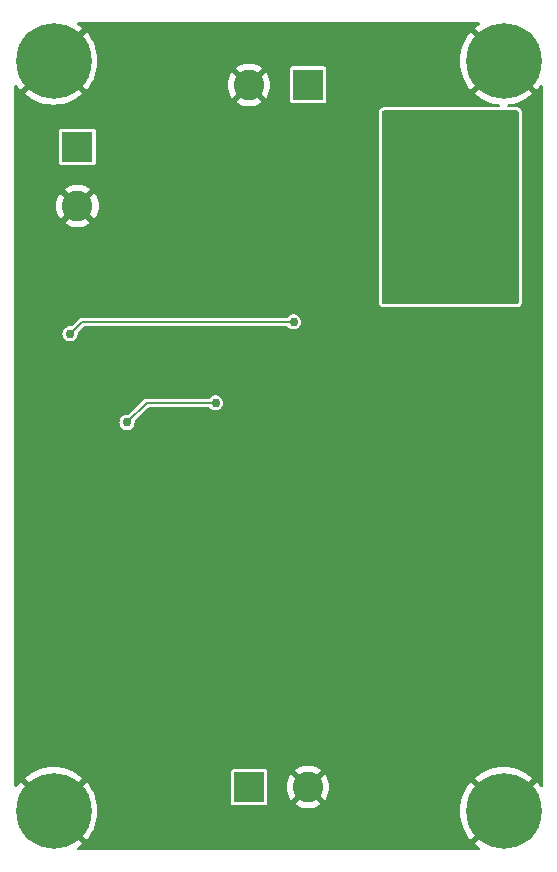
<source format=gbl>
%TF.GenerationSoftware,KiCad,Pcbnew,8.0.9*%
%TF.CreationDate,2025-05-16T13:11:34-04:00*%
%TF.ProjectId,groundside-charging,67726f75-6e64-4736-9964-652d63686172,rev?*%
%TF.SameCoordinates,Original*%
%TF.FileFunction,Copper,L2,Bot*%
%TF.FilePolarity,Positive*%
%FSLAX46Y46*%
G04 Gerber Fmt 4.6, Leading zero omitted, Abs format (unit mm)*
G04 Created by KiCad (PCBNEW 8.0.9) date 2025-05-16 13:11:34*
%MOMM*%
%LPD*%
G01*
G04 APERTURE LIST*
%TA.AperFunction,ComponentPad*%
%ADD10C,0.800000*%
%TD*%
%TA.AperFunction,ComponentPad*%
%ADD11C,6.400000*%
%TD*%
%TA.AperFunction,ComponentPad*%
%ADD12R,2.600000X2.600000*%
%TD*%
%TA.AperFunction,ComponentPad*%
%ADD13C,2.600000*%
%TD*%
%TA.AperFunction,ViaPad*%
%ADD14C,0.762000*%
%TD*%
%TA.AperFunction,Conductor*%
%ADD15C,0.203200*%
%TD*%
G04 APERTURE END LIST*
D10*
%TO.P,H3,1,1*%
%TO.N,GND*%
X66688000Y-159512000D03*
X67390944Y-157814944D03*
X67390944Y-161209056D03*
X69088000Y-157112000D03*
D11*
X69088000Y-159512000D03*
D10*
X69088000Y-161912000D03*
X70785056Y-157814944D03*
X70785056Y-161209056D03*
X71488000Y-159512000D03*
%TD*%
D12*
%TO.P,J1,1,Pin_1*%
%TO.N,+12V*%
X85638000Y-157488000D03*
D13*
%TO.P,J1,2,Pin_2*%
%TO.N,GND*%
X90638000Y-157488000D03*
%TD*%
D10*
%TO.P,H4,1,1*%
%TO.N,GND*%
X104788000Y-159512000D03*
X105490944Y-157814944D03*
X105490944Y-161209056D03*
X107188000Y-157112000D03*
D11*
X107188000Y-159512000D03*
D10*
X107188000Y-161912000D03*
X108885056Y-157814944D03*
X108885056Y-161209056D03*
X109588000Y-159512000D03*
%TD*%
D12*
%TO.P,J2,1,Pin_1*%
%TO.N,VCC*%
X90638000Y-98036000D03*
D13*
%TO.P,J2,2,Pin_2*%
%TO.N,GND*%
X85638000Y-98036000D03*
%TD*%
D12*
%TO.P,J3,1,Pin_1*%
%TO.N,Net-(J3-Pin_1)*%
X71112000Y-103291000D03*
D13*
%TO.P,J3,2,Pin_2*%
%TO.N,GND*%
X71112000Y-108291000D03*
%TD*%
D10*
%TO.P,H1,1,1*%
%TO.N,GND*%
X104788000Y-96012000D03*
X105490944Y-94314944D03*
X105490944Y-97709056D03*
X107188000Y-93612000D03*
D11*
X107188000Y-96012000D03*
D10*
X107188000Y-98412000D03*
X108885056Y-94314944D03*
X108885056Y-97709056D03*
X109588000Y-96012000D03*
%TD*%
%TO.P,H2,1,1*%
%TO.N,GND*%
X66688000Y-96012000D03*
X67390944Y-94314944D03*
X67390944Y-97709056D03*
X69088000Y-93612000D03*
D11*
X69088000Y-96012000D03*
D10*
X69088000Y-98412000D03*
X70785056Y-94314944D03*
X70785056Y-97709056D03*
X71488000Y-96012000D03*
%TD*%
D14*
%TO.N,+18V*%
X70485000Y-119126000D03*
X89408000Y-118110000D03*
%TO.N,Net-(Q1-G)*%
X75311000Y-126619000D03*
X82804000Y-124968000D03*
%TO.N,Net-(U1-VO)*%
X107569000Y-101727000D03*
X104013000Y-102616000D03*
X102616000Y-112776000D03*
X107569000Y-102616000D03*
X104013000Y-103505000D03*
X100838000Y-112776000D03*
X101727000Y-112776000D03*
X103505000Y-112776000D03*
X104013000Y-101727000D03*
X107569000Y-103505000D03*
%TD*%
D15*
%TO.N,+18V*%
X89408000Y-118110000D02*
X71501000Y-118110000D01*
X71501000Y-118110000D02*
X70485000Y-119126000D01*
%TO.N,Net-(Q1-G)*%
X76962000Y-124968000D02*
X75311000Y-126619000D01*
X82804000Y-124968000D02*
X76962000Y-124968000D01*
%TD*%
%TA.AperFunction,Conductor*%
%TO.N,GND*%
G36*
X105133445Y-92722502D02*
G01*
X105179938Y-92776158D01*
X105190042Y-92846432D01*
X105160548Y-92911012D01*
X105133949Y-92934172D01*
X105010210Y-93014529D01*
X105010200Y-93014536D01*
X104752650Y-93223095D01*
X104752649Y-93223096D01*
X106247301Y-94717748D01*
X106145670Y-94791588D01*
X105967588Y-94969670D01*
X105893748Y-95071301D01*
X104399096Y-93576649D01*
X104399095Y-93576650D01*
X104190536Y-93834200D01*
X104190529Y-93834210D01*
X103979309Y-94159459D01*
X103979303Y-94159470D01*
X103803242Y-94505010D01*
X103803241Y-94505012D01*
X103664261Y-94867064D01*
X103563887Y-95241670D01*
X103503217Y-95624722D01*
X103482922Y-96011993D01*
X103482922Y-96012006D01*
X103503217Y-96399277D01*
X103563887Y-96782329D01*
X103664261Y-97156935D01*
X103803241Y-97518987D01*
X103803242Y-97518989D01*
X103979303Y-97864529D01*
X103979309Y-97864540D01*
X104190529Y-98189789D01*
X104190536Y-98189799D01*
X104399095Y-98447348D01*
X104399096Y-98447349D01*
X105893747Y-96952697D01*
X105967588Y-97054330D01*
X106145670Y-97232412D01*
X106247300Y-97306251D01*
X104752649Y-98800902D01*
X104752650Y-98800903D01*
X105010200Y-99009463D01*
X105010210Y-99009470D01*
X105335459Y-99220690D01*
X105335470Y-99220696D01*
X105681010Y-99396757D01*
X105681012Y-99396758D01*
X106043064Y-99535738D01*
X106417670Y-99636112D01*
X106777165Y-99693051D01*
X106841318Y-99723463D01*
X106878845Y-99783732D01*
X106877831Y-99854721D01*
X106838598Y-99913893D01*
X106773603Y-99942461D01*
X106757454Y-99943500D01*
X97024992Y-99943500D01*
X96969827Y-99949432D01*
X96918352Y-99960630D01*
X96891537Y-99967986D01*
X96803553Y-100018088D01*
X96803549Y-100018091D01*
X96750755Y-100063837D01*
X96750742Y-100063849D01*
X96718629Y-100097129D01*
X96671698Y-100186845D01*
X96671694Y-100186856D01*
X96652011Y-100253890D01*
X96641500Y-100326994D01*
X96641500Y-116462007D01*
X96647432Y-116517172D01*
X96658630Y-116568647D01*
X96665986Y-116595462D01*
X96716088Y-116683446D01*
X96716091Y-116683450D01*
X96761837Y-116736244D01*
X96761849Y-116736257D01*
X96795129Y-116768370D01*
X96795131Y-116768371D01*
X96884849Y-116815303D01*
X96951888Y-116834988D01*
X97025000Y-116845500D01*
X108333995Y-116845500D01*
X108334000Y-116845500D01*
X108389163Y-116839569D01*
X108410221Y-116834988D01*
X108440647Y-116828369D01*
X108440649Y-116828368D01*
X108440674Y-116828363D01*
X108467461Y-116821014D01*
X108555448Y-116770911D01*
X108608252Y-116725156D01*
X108640371Y-116691869D01*
X108687303Y-116602151D01*
X108706988Y-116535112D01*
X108717500Y-116462000D01*
X108717500Y-100327000D01*
X108711569Y-100271837D01*
X108707665Y-100253890D01*
X108700369Y-100220352D01*
X108700367Y-100220345D01*
X108700363Y-100220326D01*
X108693014Y-100193539D01*
X108689208Y-100186856D01*
X108683189Y-100176286D01*
X108642911Y-100105552D01*
X108597156Y-100052748D01*
X108597150Y-100052742D01*
X108563870Y-100020629D01*
X108474154Y-99973698D01*
X108474143Y-99973694D01*
X108407109Y-99954011D01*
X108407110Y-99954011D01*
X108334005Y-99943500D01*
X108334000Y-99943500D01*
X107618546Y-99943500D01*
X107550425Y-99923498D01*
X107503932Y-99869842D01*
X107493828Y-99799568D01*
X107523322Y-99734988D01*
X107583048Y-99696604D01*
X107598835Y-99693051D01*
X107958329Y-99636112D01*
X108332935Y-99535738D01*
X108694987Y-99396758D01*
X108694989Y-99396757D01*
X109040529Y-99220696D01*
X109040540Y-99220690D01*
X109365789Y-99009470D01*
X109623349Y-98800902D01*
X108128698Y-97306251D01*
X108230330Y-97232412D01*
X108408412Y-97054330D01*
X108482251Y-96952698D01*
X109976902Y-98447349D01*
X110185469Y-98189792D01*
X110265827Y-98066051D01*
X110319703Y-98019814D01*
X110390025Y-98010044D01*
X110454464Y-98039844D01*
X110492564Y-98099752D01*
X110497500Y-98134675D01*
X110497500Y-157389324D01*
X110477498Y-157457445D01*
X110423842Y-157503938D01*
X110353568Y-157514042D01*
X110288988Y-157484548D01*
X110265828Y-157457949D01*
X110185470Y-157334210D01*
X110185463Y-157334200D01*
X109976903Y-157076650D01*
X109976902Y-157076649D01*
X108482251Y-158571301D01*
X108408412Y-158469670D01*
X108230330Y-158291588D01*
X108128698Y-158217748D01*
X109623349Y-156723096D01*
X109623348Y-156723095D01*
X109365799Y-156514536D01*
X109365789Y-156514529D01*
X109040540Y-156303309D01*
X109040529Y-156303303D01*
X108694989Y-156127242D01*
X108694987Y-156127241D01*
X108332935Y-155988261D01*
X107958329Y-155887887D01*
X107575277Y-155827217D01*
X107188006Y-155806922D01*
X107187994Y-155806922D01*
X106800722Y-155827217D01*
X106417670Y-155887887D01*
X106043064Y-155988261D01*
X105681012Y-156127241D01*
X105681010Y-156127242D01*
X105335470Y-156303303D01*
X105335459Y-156303309D01*
X105010210Y-156514529D01*
X105010200Y-156514536D01*
X104752650Y-156723095D01*
X104752649Y-156723096D01*
X106247301Y-158217748D01*
X106145670Y-158291588D01*
X105967588Y-158469670D01*
X105893748Y-158571301D01*
X104399096Y-157076649D01*
X104399095Y-157076650D01*
X104190536Y-157334200D01*
X104190529Y-157334210D01*
X103979309Y-157659459D01*
X103979303Y-157659470D01*
X103803242Y-158005010D01*
X103803241Y-158005012D01*
X103664261Y-158367064D01*
X103563887Y-158741670D01*
X103503217Y-159124722D01*
X103482922Y-159511993D01*
X103482922Y-159512006D01*
X103503217Y-159899277D01*
X103563887Y-160282329D01*
X103664261Y-160656935D01*
X103803241Y-161018987D01*
X103803242Y-161018989D01*
X103979303Y-161364529D01*
X103979309Y-161364540D01*
X104190529Y-161689789D01*
X104190536Y-161689799D01*
X104399095Y-161947348D01*
X104399096Y-161947349D01*
X105893747Y-160452697D01*
X105967588Y-160554330D01*
X106145670Y-160732412D01*
X106247301Y-160806251D01*
X104752649Y-162300902D01*
X104752650Y-162300903D01*
X105010200Y-162509463D01*
X105010210Y-162509470D01*
X105133949Y-162589828D01*
X105180185Y-162643704D01*
X105189955Y-162714025D01*
X105160155Y-162778465D01*
X105100246Y-162816564D01*
X105065324Y-162821500D01*
X71210676Y-162821500D01*
X71142555Y-162801498D01*
X71096062Y-162747842D01*
X71085958Y-162677568D01*
X71115452Y-162612988D01*
X71142051Y-162589828D01*
X71265789Y-162509470D01*
X71523349Y-162300902D01*
X70028698Y-160806251D01*
X70130330Y-160732412D01*
X70308412Y-160554330D01*
X70382251Y-160452698D01*
X71876902Y-161947349D01*
X72085470Y-161689789D01*
X72296690Y-161364540D01*
X72296696Y-161364529D01*
X72472757Y-161018989D01*
X72472758Y-161018987D01*
X72611738Y-160656935D01*
X72712112Y-160282329D01*
X72772782Y-159899277D01*
X72793078Y-159512006D01*
X72793078Y-159511993D01*
X72772782Y-159124722D01*
X72712112Y-158741670D01*
X72611738Y-158367064D01*
X72472758Y-158005012D01*
X72472757Y-158005010D01*
X72296696Y-157659470D01*
X72296690Y-157659459D01*
X72085470Y-157334210D01*
X72085463Y-157334200D01*
X71876903Y-157076650D01*
X71876902Y-157076649D01*
X70382251Y-158571300D01*
X70308412Y-158469670D01*
X70130330Y-158291588D01*
X70028698Y-158217748D01*
X71523349Y-156723096D01*
X71523348Y-156723095D01*
X71265799Y-156514536D01*
X71265789Y-156514529D01*
X70940540Y-156303309D01*
X70940529Y-156303303D01*
X70665031Y-156162930D01*
X84083500Y-156162930D01*
X84083500Y-158813063D01*
X84083501Y-158813073D01*
X84098265Y-158887300D01*
X84154516Y-158971484D01*
X84238697Y-159027733D01*
X84238699Y-159027734D01*
X84312933Y-159042500D01*
X86963066Y-159042499D01*
X86963069Y-159042498D01*
X86963073Y-159042498D01*
X87012326Y-159032701D01*
X87037301Y-159027734D01*
X87121484Y-158971484D01*
X87177734Y-158887301D01*
X87192500Y-158813067D01*
X87192499Y-157488000D01*
X88832953Y-157488000D01*
X88853115Y-157757032D01*
X88913145Y-158020045D01*
X88913147Y-158020050D01*
X89011705Y-158271174D01*
X89011707Y-158271178D01*
X89146598Y-158504816D01*
X89200295Y-158572150D01*
X89200296Y-158572150D01*
X90036958Y-157735488D01*
X90061978Y-157795890D01*
X90133112Y-157902351D01*
X90223649Y-157992888D01*
X90330110Y-158064022D01*
X90390510Y-158089041D01*
X89552849Y-158926701D01*
X89552849Y-158926703D01*
X89735467Y-159051211D01*
X89735474Y-159051215D01*
X89978537Y-159168269D01*
X89978550Y-159168274D01*
X90236328Y-159247788D01*
X90236340Y-159247790D01*
X90503113Y-159288000D01*
X90772887Y-159288000D01*
X91039659Y-159247790D01*
X91039671Y-159247788D01*
X91297449Y-159168274D01*
X91297462Y-159168269D01*
X91540526Y-159051215D01*
X91723150Y-158926702D01*
X90885489Y-158089041D01*
X90945890Y-158064022D01*
X91052351Y-157992888D01*
X91142888Y-157902351D01*
X91214022Y-157795890D01*
X91239041Y-157735489D01*
X92075703Y-158572151D01*
X92129402Y-158504815D01*
X92264292Y-158271178D01*
X92264294Y-158271174D01*
X92362852Y-158020050D01*
X92362854Y-158020045D01*
X92422884Y-157757032D01*
X92443046Y-157488000D01*
X92422884Y-157218967D01*
X92362854Y-156955954D01*
X92362852Y-156955949D01*
X92264294Y-156704825D01*
X92264292Y-156704821D01*
X92129402Y-156471184D01*
X92075703Y-156403848D01*
X92075702Y-156403848D01*
X91239040Y-157240509D01*
X91214022Y-157180110D01*
X91142888Y-157073649D01*
X91052351Y-156983112D01*
X90945890Y-156911978D01*
X90885488Y-156886958D01*
X91723149Y-156049297D01*
X91723149Y-156049296D01*
X91540519Y-155924780D01*
X91540518Y-155924779D01*
X91297467Y-155807732D01*
X91297449Y-155807725D01*
X91039671Y-155728211D01*
X91039659Y-155728209D01*
X90772887Y-155688000D01*
X90503113Y-155688000D01*
X90236340Y-155728209D01*
X90236328Y-155728211D01*
X89978550Y-155807725D01*
X89978532Y-155807732D01*
X89735482Y-155924779D01*
X89735474Y-155924784D01*
X89552849Y-156049295D01*
X89552849Y-156049297D01*
X90390511Y-156886958D01*
X90330110Y-156911978D01*
X90223649Y-156983112D01*
X90133112Y-157073649D01*
X90061978Y-157180110D01*
X90036958Y-157240510D01*
X89200296Y-156403848D01*
X89200295Y-156403848D01*
X89146597Y-156471184D01*
X89011707Y-156704821D01*
X89011705Y-156704825D01*
X88913147Y-156955949D01*
X88913145Y-156955954D01*
X88853115Y-157218967D01*
X88832953Y-157488000D01*
X87192499Y-157488000D01*
X87192499Y-156162934D01*
X87192498Y-156162930D01*
X87192498Y-156162926D01*
X87177734Y-156088699D01*
X87121483Y-156004515D01*
X87037302Y-155948266D01*
X86963067Y-155933500D01*
X84312936Y-155933500D01*
X84312926Y-155933501D01*
X84238699Y-155948265D01*
X84154515Y-156004516D01*
X84098266Y-156088697D01*
X84083500Y-156162930D01*
X70665031Y-156162930D01*
X70594989Y-156127242D01*
X70594987Y-156127241D01*
X70232935Y-155988261D01*
X69858329Y-155887887D01*
X69475277Y-155827217D01*
X69088006Y-155806922D01*
X69087994Y-155806922D01*
X68700722Y-155827217D01*
X68317670Y-155887887D01*
X67943064Y-155988261D01*
X67581012Y-156127241D01*
X67581010Y-156127242D01*
X67235470Y-156303303D01*
X67235459Y-156303309D01*
X66910210Y-156514529D01*
X66910200Y-156514536D01*
X66652650Y-156723095D01*
X66652649Y-156723096D01*
X68147301Y-158217748D01*
X68045670Y-158291588D01*
X67867588Y-158469670D01*
X67793748Y-158571301D01*
X66299096Y-157076649D01*
X66299095Y-157076650D01*
X66090536Y-157334200D01*
X66090529Y-157334210D01*
X66010172Y-157457949D01*
X65956296Y-157504185D01*
X65885975Y-157513955D01*
X65821535Y-157484155D01*
X65783436Y-157424246D01*
X65778500Y-157389324D01*
X65778500Y-126618996D01*
X74670832Y-126618996D01*
X74670832Y-126619003D01*
X74689432Y-126772199D01*
X74732185Y-126884929D01*
X74744159Y-126916501D01*
X74831827Y-127043510D01*
X74947343Y-127145848D01*
X75083993Y-127217567D01*
X75233836Y-127254500D01*
X75233837Y-127254500D01*
X75388163Y-127254500D01*
X75388164Y-127254500D01*
X75538007Y-127217567D01*
X75674657Y-127145848D01*
X75790173Y-127043510D01*
X75877841Y-126916501D01*
X75932566Y-126772202D01*
X75932566Y-126772201D01*
X75932567Y-126772199D01*
X75951168Y-126619002D01*
X75951168Y-126618997D01*
X75943776Y-126558121D01*
X75955421Y-126488086D01*
X75979756Y-126453844D01*
X77072599Y-125361002D01*
X77134909Y-125326979D01*
X77161692Y-125324100D01*
X82211477Y-125324100D01*
X82279598Y-125344102D01*
X82315172Y-125378523D01*
X82324824Y-125392507D01*
X82324826Y-125392509D01*
X82324827Y-125392510D01*
X82440343Y-125494848D01*
X82576993Y-125566567D01*
X82726836Y-125603500D01*
X82726837Y-125603500D01*
X82881163Y-125603500D01*
X82881164Y-125603500D01*
X83031007Y-125566567D01*
X83167657Y-125494848D01*
X83283173Y-125392510D01*
X83370841Y-125265501D01*
X83425566Y-125121202D01*
X83425566Y-125121201D01*
X83425567Y-125121199D01*
X83444168Y-124968003D01*
X83444168Y-124967996D01*
X83425567Y-124814800D01*
X83375602Y-124683054D01*
X83370841Y-124670499D01*
X83283173Y-124543490D01*
X83167657Y-124441152D01*
X83031007Y-124369433D01*
X83031006Y-124369432D01*
X83031005Y-124369432D01*
X82881165Y-124332500D01*
X82881164Y-124332500D01*
X82726836Y-124332500D01*
X82726834Y-124332500D01*
X82576994Y-124369432D01*
X82440344Y-124441151D01*
X82440342Y-124441152D01*
X82324825Y-124543492D01*
X82324824Y-124543492D01*
X82315172Y-124557477D01*
X82260014Y-124602176D01*
X82211477Y-124611900D01*
X77016615Y-124611900D01*
X77016599Y-124611899D01*
X77008881Y-124611899D01*
X76915119Y-124611899D01*
X76915115Y-124611899D01*
X76854163Y-124628232D01*
X76854162Y-124628232D01*
X76854161Y-124628233D01*
X76843324Y-124631136D01*
X76824552Y-124636166D01*
X76824545Y-124636169D01*
X76765085Y-124670499D01*
X76765084Y-124670498D01*
X76743355Y-124683044D01*
X76743342Y-124683054D01*
X75479802Y-125946595D01*
X75417490Y-125980621D01*
X75390707Y-125983500D01*
X75233834Y-125983500D01*
X75083994Y-126020432D01*
X74947344Y-126092151D01*
X74947342Y-126092152D01*
X74831827Y-126194490D01*
X74744160Y-126321496D01*
X74689432Y-126465800D01*
X74670832Y-126618996D01*
X65778500Y-126618996D01*
X65778500Y-119125996D01*
X69844832Y-119125996D01*
X69844832Y-119126003D01*
X69863432Y-119279199D01*
X69906185Y-119391929D01*
X69918159Y-119423501D01*
X70005827Y-119550510D01*
X70121343Y-119652848D01*
X70257993Y-119724567D01*
X70407836Y-119761500D01*
X70407837Y-119761500D01*
X70562163Y-119761500D01*
X70562164Y-119761500D01*
X70712007Y-119724567D01*
X70848657Y-119652848D01*
X70964173Y-119550510D01*
X71051841Y-119423501D01*
X71106566Y-119279202D01*
X71106566Y-119279201D01*
X71106567Y-119279199D01*
X71125168Y-119126002D01*
X71125168Y-119125997D01*
X71117776Y-119065122D01*
X71129421Y-118995087D01*
X71153759Y-118960841D01*
X71611598Y-118503004D01*
X71673910Y-118468979D01*
X71700693Y-118466100D01*
X88815477Y-118466100D01*
X88883598Y-118486102D01*
X88919172Y-118520523D01*
X88928824Y-118534507D01*
X88928826Y-118534509D01*
X88928827Y-118534510D01*
X89044343Y-118636848D01*
X89180993Y-118708567D01*
X89330836Y-118745500D01*
X89330837Y-118745500D01*
X89485163Y-118745500D01*
X89485164Y-118745500D01*
X89635007Y-118708567D01*
X89771657Y-118636848D01*
X89887173Y-118534510D01*
X89974841Y-118407501D01*
X90029566Y-118263202D01*
X90029566Y-118263201D01*
X90029567Y-118263199D01*
X90048168Y-118110003D01*
X90048168Y-118109996D01*
X90029567Y-117956800D01*
X89979601Y-117825051D01*
X89974841Y-117812499D01*
X89887173Y-117685490D01*
X89771657Y-117583152D01*
X89635007Y-117511433D01*
X89635006Y-117511432D01*
X89635005Y-117511432D01*
X89485165Y-117474500D01*
X89485164Y-117474500D01*
X89330836Y-117474500D01*
X89330834Y-117474500D01*
X89180994Y-117511432D01*
X89044344Y-117583151D01*
X89044342Y-117583152D01*
X88928825Y-117685492D01*
X88928824Y-117685492D01*
X88919172Y-117699477D01*
X88864014Y-117744176D01*
X88815477Y-117753900D01*
X71454119Y-117753900D01*
X71363553Y-117778166D01*
X71363545Y-117778169D01*
X71282352Y-117825046D01*
X71282346Y-117825051D01*
X70653801Y-118453596D01*
X70591489Y-118487621D01*
X70564706Y-118490500D01*
X70407834Y-118490500D01*
X70257994Y-118527432D01*
X70121344Y-118599151D01*
X70121342Y-118599152D01*
X70005827Y-118701490D01*
X69918160Y-118828496D01*
X69863432Y-118972800D01*
X69844832Y-119125996D01*
X65778500Y-119125996D01*
X65778500Y-108291000D01*
X69306953Y-108291000D01*
X69327115Y-108560032D01*
X69387145Y-108823045D01*
X69387147Y-108823050D01*
X69485705Y-109074174D01*
X69485707Y-109074178D01*
X69620598Y-109307816D01*
X69674295Y-109375150D01*
X69674296Y-109375150D01*
X70510958Y-108538488D01*
X70535978Y-108598890D01*
X70607112Y-108705351D01*
X70697649Y-108795888D01*
X70804110Y-108867022D01*
X70864510Y-108892041D01*
X70026849Y-109729701D01*
X70026849Y-109729703D01*
X70209467Y-109854211D01*
X70209474Y-109854215D01*
X70452537Y-109971269D01*
X70452550Y-109971274D01*
X70710328Y-110050788D01*
X70710340Y-110050790D01*
X70977113Y-110091000D01*
X71246887Y-110091000D01*
X71513659Y-110050790D01*
X71513671Y-110050788D01*
X71771449Y-109971274D01*
X71771462Y-109971269D01*
X72014526Y-109854215D01*
X72197150Y-109729702D01*
X71359489Y-108892041D01*
X71419890Y-108867022D01*
X71526351Y-108795888D01*
X71616888Y-108705351D01*
X71688022Y-108598890D01*
X71713041Y-108538489D01*
X72549703Y-109375151D01*
X72603402Y-109307815D01*
X72738292Y-109074178D01*
X72738294Y-109074174D01*
X72836852Y-108823050D01*
X72836854Y-108823045D01*
X72896884Y-108560032D01*
X72917046Y-108291000D01*
X72896884Y-108021967D01*
X72836854Y-107758954D01*
X72836852Y-107758949D01*
X72738294Y-107507825D01*
X72738292Y-107507821D01*
X72603402Y-107274184D01*
X72549703Y-107206848D01*
X72549702Y-107206848D01*
X71713040Y-108043509D01*
X71688022Y-107983110D01*
X71616888Y-107876649D01*
X71526351Y-107786112D01*
X71419890Y-107714978D01*
X71359488Y-107689958D01*
X72197149Y-106852297D01*
X72197149Y-106852296D01*
X72014519Y-106727780D01*
X72014518Y-106727779D01*
X71771467Y-106610732D01*
X71771449Y-106610725D01*
X71513671Y-106531211D01*
X71513659Y-106531209D01*
X71246887Y-106491000D01*
X70977113Y-106491000D01*
X70710340Y-106531209D01*
X70710328Y-106531211D01*
X70452550Y-106610725D01*
X70452532Y-106610732D01*
X70209482Y-106727779D01*
X70209474Y-106727784D01*
X70026849Y-106852295D01*
X70026849Y-106852297D01*
X70864511Y-107689958D01*
X70804110Y-107714978D01*
X70697649Y-107786112D01*
X70607112Y-107876649D01*
X70535978Y-107983110D01*
X70510958Y-108043510D01*
X69674296Y-107206848D01*
X69674295Y-107206848D01*
X69620597Y-107274184D01*
X69485707Y-107507821D01*
X69485705Y-107507825D01*
X69387147Y-107758949D01*
X69387145Y-107758954D01*
X69327115Y-108021967D01*
X69306953Y-108291000D01*
X65778500Y-108291000D01*
X65778500Y-101965930D01*
X69557500Y-101965930D01*
X69557500Y-104616063D01*
X69557501Y-104616073D01*
X69572265Y-104690300D01*
X69628516Y-104774484D01*
X69712697Y-104830733D01*
X69712699Y-104830734D01*
X69786933Y-104845500D01*
X72437066Y-104845499D01*
X72437069Y-104845498D01*
X72437073Y-104845498D01*
X72486326Y-104835701D01*
X72511301Y-104830734D01*
X72595484Y-104774484D01*
X72651734Y-104690301D01*
X72666500Y-104616067D01*
X72666499Y-101965934D01*
X72666498Y-101965930D01*
X72666498Y-101965926D01*
X72651734Y-101891699D01*
X72595483Y-101807515D01*
X72511302Y-101751266D01*
X72437067Y-101736500D01*
X69786936Y-101736500D01*
X69786926Y-101736501D01*
X69712699Y-101751265D01*
X69628515Y-101807516D01*
X69572266Y-101891697D01*
X69557500Y-101965930D01*
X65778500Y-101965930D01*
X65778500Y-98134675D01*
X65798502Y-98066554D01*
X65852158Y-98020061D01*
X65922432Y-98009957D01*
X65987012Y-98039451D01*
X66010173Y-98066051D01*
X66090532Y-98189794D01*
X66090536Y-98189799D01*
X66299095Y-98447348D01*
X66299096Y-98447349D01*
X67793747Y-96952697D01*
X67867588Y-97054330D01*
X68045670Y-97232412D01*
X68147300Y-97306251D01*
X66652649Y-98800902D01*
X66652650Y-98800903D01*
X66910200Y-99009463D01*
X66910210Y-99009470D01*
X67235459Y-99220690D01*
X67235470Y-99220696D01*
X67581010Y-99396757D01*
X67581012Y-99396758D01*
X67943064Y-99535738D01*
X68317670Y-99636112D01*
X68700722Y-99696782D01*
X69087994Y-99717078D01*
X69088006Y-99717078D01*
X69475277Y-99696782D01*
X69858329Y-99636112D01*
X70232935Y-99535738D01*
X70594987Y-99396758D01*
X70594989Y-99396757D01*
X70940529Y-99220696D01*
X70940540Y-99220690D01*
X71265789Y-99009470D01*
X71523349Y-98800902D01*
X70028698Y-97306251D01*
X70130330Y-97232412D01*
X70308412Y-97054330D01*
X70382251Y-96952698D01*
X71876902Y-98447349D01*
X72085470Y-98189789D01*
X72185342Y-98036000D01*
X83832953Y-98036000D01*
X83853115Y-98305032D01*
X83913145Y-98568045D01*
X83913147Y-98568050D01*
X84011705Y-98819174D01*
X84011707Y-98819178D01*
X84146598Y-99052816D01*
X84200295Y-99120150D01*
X84200296Y-99120150D01*
X85036958Y-98283488D01*
X85061978Y-98343890D01*
X85133112Y-98450351D01*
X85223649Y-98540888D01*
X85330110Y-98612022D01*
X85390510Y-98637041D01*
X84552849Y-99474701D01*
X84552849Y-99474703D01*
X84735467Y-99599211D01*
X84735474Y-99599215D01*
X84978537Y-99716269D01*
X84978550Y-99716274D01*
X85236328Y-99795788D01*
X85236340Y-99795790D01*
X85503113Y-99836000D01*
X85772887Y-99836000D01*
X86039659Y-99795790D01*
X86039671Y-99795788D01*
X86297449Y-99716274D01*
X86297462Y-99716269D01*
X86540526Y-99599215D01*
X86723150Y-99474702D01*
X85885489Y-98637041D01*
X85945890Y-98612022D01*
X86052351Y-98540888D01*
X86142888Y-98450351D01*
X86214022Y-98343890D01*
X86239041Y-98283489D01*
X87075703Y-99120151D01*
X87129402Y-99052815D01*
X87264292Y-98819178D01*
X87264294Y-98819174D01*
X87362852Y-98568050D01*
X87362854Y-98568045D01*
X87422884Y-98305032D01*
X87443046Y-98036000D01*
X87422884Y-97766967D01*
X87362854Y-97503954D01*
X87362852Y-97503949D01*
X87264294Y-97252825D01*
X87264292Y-97252821D01*
X87129402Y-97019184D01*
X87075703Y-96951848D01*
X87075702Y-96951848D01*
X86239040Y-97788509D01*
X86214022Y-97728110D01*
X86142888Y-97621649D01*
X86052351Y-97531112D01*
X85945890Y-97459978D01*
X85885488Y-97434958D01*
X86609516Y-96710930D01*
X89083500Y-96710930D01*
X89083500Y-99361063D01*
X89083501Y-99361073D01*
X89098265Y-99435300D01*
X89154516Y-99519484D01*
X89238697Y-99575733D01*
X89238699Y-99575734D01*
X89312933Y-99590500D01*
X91963066Y-99590499D01*
X91963069Y-99590498D01*
X91963073Y-99590498D01*
X92012326Y-99580701D01*
X92037301Y-99575734D01*
X92121484Y-99519484D01*
X92177734Y-99435301D01*
X92192500Y-99361067D01*
X92192499Y-96710934D01*
X92192498Y-96710930D01*
X92192498Y-96710926D01*
X92177734Y-96636699D01*
X92121483Y-96552515D01*
X92037302Y-96496266D01*
X91963067Y-96481500D01*
X89312936Y-96481500D01*
X89312926Y-96481501D01*
X89238699Y-96496265D01*
X89154515Y-96552516D01*
X89098266Y-96636697D01*
X89083500Y-96710930D01*
X86609516Y-96710930D01*
X86723149Y-96597297D01*
X86723149Y-96597296D01*
X86540519Y-96472780D01*
X86540518Y-96472779D01*
X86297467Y-96355732D01*
X86297449Y-96355725D01*
X86039671Y-96276211D01*
X86039659Y-96276209D01*
X85772887Y-96236000D01*
X85503113Y-96236000D01*
X85236340Y-96276209D01*
X85236328Y-96276211D01*
X84978550Y-96355725D01*
X84978532Y-96355732D01*
X84735482Y-96472779D01*
X84735474Y-96472784D01*
X84552849Y-96597295D01*
X84552849Y-96597297D01*
X85390511Y-97434958D01*
X85330110Y-97459978D01*
X85223649Y-97531112D01*
X85133112Y-97621649D01*
X85061978Y-97728110D01*
X85036958Y-97788510D01*
X84200296Y-96951848D01*
X84200295Y-96951848D01*
X84146597Y-97019184D01*
X84011707Y-97252821D01*
X84011705Y-97252825D01*
X83913147Y-97503949D01*
X83913145Y-97503954D01*
X83853115Y-97766967D01*
X83832953Y-98036000D01*
X72185342Y-98036000D01*
X72296690Y-97864540D01*
X72296696Y-97864529D01*
X72472757Y-97518989D01*
X72472758Y-97518987D01*
X72611738Y-97156935D01*
X72712112Y-96782329D01*
X72772782Y-96399277D01*
X72793078Y-96012006D01*
X72793078Y-96011993D01*
X72772782Y-95624722D01*
X72712112Y-95241670D01*
X72611738Y-94867064D01*
X72472758Y-94505012D01*
X72472757Y-94505010D01*
X72296696Y-94159470D01*
X72296690Y-94159459D01*
X72085470Y-93834210D01*
X72085463Y-93834200D01*
X71876903Y-93576650D01*
X71876902Y-93576649D01*
X70382251Y-95071300D01*
X70308412Y-94969670D01*
X70130330Y-94791588D01*
X70028697Y-94717747D01*
X71523349Y-93223096D01*
X71523348Y-93223095D01*
X71265799Y-93014536D01*
X71265789Y-93014529D01*
X71142051Y-92934172D01*
X71095815Y-92880296D01*
X71086045Y-92809975D01*
X71115845Y-92745535D01*
X71175754Y-92707436D01*
X71210676Y-92702500D01*
X105065324Y-92702500D01*
X105133445Y-92722502D01*
G37*
%TD.AperFunction*%
%TD*%
%TA.AperFunction,Conductor*%
%TO.N,Net-(U1-VO)*%
G36*
X108401039Y-100222685D02*
G01*
X108446794Y-100275489D01*
X108458000Y-100327000D01*
X108458000Y-116462000D01*
X108438315Y-116529039D01*
X108385511Y-116574794D01*
X108334000Y-116586000D01*
X97025000Y-116586000D01*
X96957961Y-116566315D01*
X96912206Y-116513511D01*
X96901000Y-116462000D01*
X96901000Y-100327000D01*
X96920685Y-100259961D01*
X96973489Y-100214206D01*
X97025000Y-100203000D01*
X108334000Y-100203000D01*
X108401039Y-100222685D01*
G37*
%TD.AperFunction*%
%TD*%
M02*

</source>
